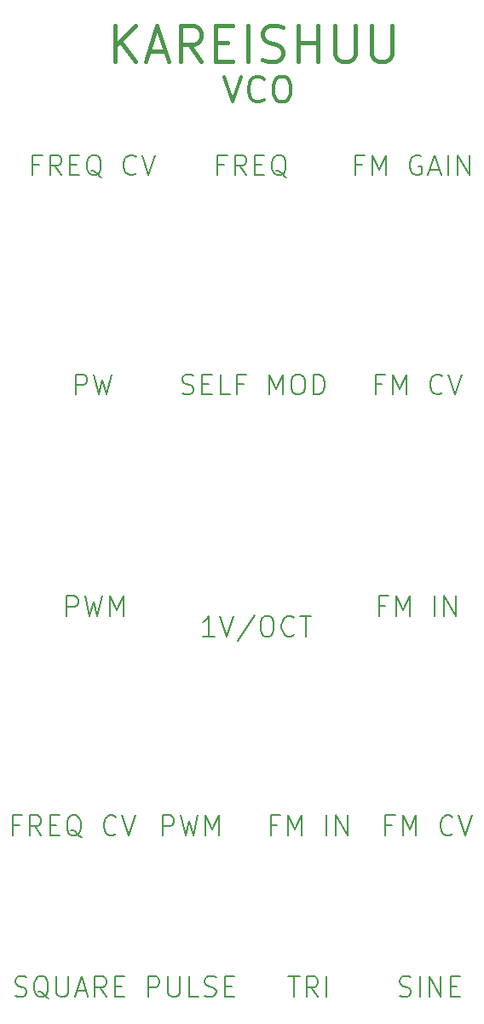
<source format=gbr>
G04 #@! TF.GenerationSoftware,KiCad,Pcbnew,(5.1.5-0)*
G04 #@! TF.CreationDate,2021-01-12T22:42:07-08:00*
G04 #@! TF.ProjectId,kareishuuvco,6b617265-6973-4687-9575-76636f2e6b69,rev?*
G04 #@! TF.SameCoordinates,Original*
G04 #@! TF.FileFunction,Legend,Top*
G04 #@! TF.FilePolarity,Positive*
%FSLAX46Y46*%
G04 Gerber Fmt 4.6, Leading zero omitted, Abs format (unit mm)*
G04 Created by KiCad (PCBNEW (5.1.5-0)) date 2021-01-12 22:42:07*
%MOMM*%
%LPD*%
G04 APERTURE LIST*
%ADD10C,0.200000*%
%ADD11C,0.300000*%
%ADD12C,0.400000*%
G04 APERTURE END LIST*
D10*
X38357142Y-58857142D02*
X37690476Y-58857142D01*
X37690476Y-59904761D02*
X37690476Y-57904761D01*
X38642857Y-57904761D01*
X39404761Y-59904761D02*
X39404761Y-57904761D01*
X40071428Y-59333333D01*
X40738095Y-57904761D01*
X40738095Y-59904761D01*
X43214285Y-59904761D02*
X43214285Y-57904761D01*
X44166666Y-59904761D02*
X44166666Y-57904761D01*
X45309523Y-59904761D01*
X45309523Y-57904761D01*
X21357142Y-61904761D02*
X20214285Y-61904761D01*
X20785714Y-61904761D02*
X20785714Y-59904761D01*
X20595238Y-60190476D01*
X20404761Y-60380952D01*
X20214285Y-60476190D01*
X21928571Y-59904761D02*
X22595238Y-61904761D01*
X23261904Y-59904761D01*
X25357142Y-59809523D02*
X23642857Y-62380952D01*
X26404761Y-59904761D02*
X26785714Y-59904761D01*
X26976190Y-60000000D01*
X27166666Y-60190476D01*
X27261904Y-60571428D01*
X27261904Y-61238095D01*
X27166666Y-61619047D01*
X26976190Y-61809523D01*
X26785714Y-61904761D01*
X26404761Y-61904761D01*
X26214285Y-61809523D01*
X26023809Y-61619047D01*
X25928571Y-61238095D01*
X25928571Y-60571428D01*
X26023809Y-60190476D01*
X26214285Y-60000000D01*
X26404761Y-59904761D01*
X29261904Y-61714285D02*
X29166666Y-61809523D01*
X28880952Y-61904761D01*
X28690476Y-61904761D01*
X28404761Y-61809523D01*
X28214285Y-61619047D01*
X28119047Y-61428571D01*
X28023809Y-61047619D01*
X28023809Y-60761904D01*
X28119047Y-60380952D01*
X28214285Y-60190476D01*
X28404761Y-60000000D01*
X28690476Y-59904761D01*
X28880952Y-59904761D01*
X29166666Y-60000000D01*
X29261904Y-60095238D01*
X29833333Y-59904761D02*
X30976190Y-59904761D01*
X30404761Y-61904761D02*
X30404761Y-59904761D01*
X6690476Y-59904761D02*
X6690476Y-57904761D01*
X7452380Y-57904761D01*
X7642857Y-58000000D01*
X7738095Y-58095238D01*
X7833333Y-58285714D01*
X7833333Y-58571428D01*
X7738095Y-58761904D01*
X7642857Y-58857142D01*
X7452380Y-58952380D01*
X6690476Y-58952380D01*
X8500000Y-57904761D02*
X8976190Y-59904761D01*
X9357142Y-58476190D01*
X9738095Y-59904761D01*
X10214285Y-57904761D01*
X10976190Y-59904761D02*
X10976190Y-57904761D01*
X11642857Y-59333333D01*
X12309523Y-57904761D01*
X12309523Y-59904761D01*
X3964285Y-15107142D02*
X3297619Y-15107142D01*
X3297619Y-16154761D02*
X3297619Y-14154761D01*
X4250000Y-14154761D01*
X6154761Y-16154761D02*
X5488095Y-15202380D01*
X5011904Y-16154761D02*
X5011904Y-14154761D01*
X5773809Y-14154761D01*
X5964285Y-14250000D01*
X6059523Y-14345238D01*
X6154761Y-14535714D01*
X6154761Y-14821428D01*
X6059523Y-15011904D01*
X5964285Y-15107142D01*
X5773809Y-15202380D01*
X5011904Y-15202380D01*
X7011904Y-15107142D02*
X7678571Y-15107142D01*
X7964285Y-16154761D02*
X7011904Y-16154761D01*
X7011904Y-14154761D01*
X7964285Y-14154761D01*
X10154761Y-16345238D02*
X9964285Y-16250000D01*
X9773809Y-16059523D01*
X9488095Y-15773809D01*
X9297619Y-15678571D01*
X9107142Y-15678571D01*
X9202380Y-16154761D02*
X9011904Y-16059523D01*
X8821428Y-15869047D01*
X8726190Y-15488095D01*
X8726190Y-14821428D01*
X8821428Y-14440476D01*
X9011904Y-14250000D01*
X9202380Y-14154761D01*
X9583333Y-14154761D01*
X9773809Y-14250000D01*
X9964285Y-14440476D01*
X10059523Y-14821428D01*
X10059523Y-15488095D01*
X9964285Y-15869047D01*
X9773809Y-16059523D01*
X9583333Y-16154761D01*
X9202380Y-16154761D01*
X13583333Y-15964285D02*
X13488095Y-16059523D01*
X13202380Y-16154761D01*
X13011904Y-16154761D01*
X12726190Y-16059523D01*
X12535714Y-15869047D01*
X12440476Y-15678571D01*
X12345238Y-15297619D01*
X12345238Y-15011904D01*
X12440476Y-14630952D01*
X12535714Y-14440476D01*
X12726190Y-14250000D01*
X13011904Y-14154761D01*
X13202380Y-14154761D01*
X13488095Y-14250000D01*
X13583333Y-14345238D01*
X14154761Y-14154761D02*
X14821428Y-16154761D01*
X15488095Y-14154761D01*
X39750000Y-97559523D02*
X40035714Y-97654761D01*
X40511904Y-97654761D01*
X40702380Y-97559523D01*
X40797619Y-97464285D01*
X40892857Y-97273809D01*
X40892857Y-97083333D01*
X40797619Y-96892857D01*
X40702380Y-96797619D01*
X40511904Y-96702380D01*
X40130952Y-96607142D01*
X39940476Y-96511904D01*
X39845238Y-96416666D01*
X39750000Y-96226190D01*
X39750000Y-96035714D01*
X39845238Y-95845238D01*
X39940476Y-95750000D01*
X40130952Y-95654761D01*
X40607142Y-95654761D01*
X40892857Y-95750000D01*
X41750000Y-97654761D02*
X41750000Y-95654761D01*
X42702380Y-97654761D02*
X42702380Y-95654761D01*
X43845238Y-97654761D01*
X43845238Y-95654761D01*
X44797619Y-96607142D02*
X45464285Y-96607142D01*
X45750000Y-97654761D02*
X44797619Y-97654761D01*
X44797619Y-95654761D01*
X45750000Y-95654761D01*
X28702380Y-95654761D02*
X29845238Y-95654761D01*
X29273809Y-97654761D02*
X29273809Y-95654761D01*
X31654761Y-97654761D02*
X30988095Y-96702380D01*
X30511904Y-97654761D02*
X30511904Y-95654761D01*
X31273809Y-95654761D01*
X31464285Y-95750000D01*
X31559523Y-95845238D01*
X31654761Y-96035714D01*
X31654761Y-96321428D01*
X31559523Y-96511904D01*
X31464285Y-96607142D01*
X31273809Y-96702380D01*
X30511904Y-96702380D01*
X32511904Y-97654761D02*
X32511904Y-95654761D01*
X39023809Y-80607142D02*
X38357142Y-80607142D01*
X38357142Y-81654761D02*
X38357142Y-79654761D01*
X39309523Y-79654761D01*
X40071428Y-81654761D02*
X40071428Y-79654761D01*
X40738095Y-81083333D01*
X41404761Y-79654761D01*
X41404761Y-81654761D01*
X45023809Y-81464285D02*
X44928571Y-81559523D01*
X44642857Y-81654761D01*
X44452380Y-81654761D01*
X44166666Y-81559523D01*
X43976190Y-81369047D01*
X43880952Y-81178571D01*
X43785714Y-80797619D01*
X43785714Y-80511904D01*
X43880952Y-80130952D01*
X43976190Y-79940476D01*
X44166666Y-79750000D01*
X44452380Y-79654761D01*
X44642857Y-79654761D01*
X44928571Y-79750000D01*
X45023809Y-79845238D01*
X45595238Y-79654761D02*
X46261904Y-81654761D01*
X46928571Y-79654761D01*
X27607142Y-80607142D02*
X26940476Y-80607142D01*
X26940476Y-81654761D02*
X26940476Y-79654761D01*
X27892857Y-79654761D01*
X28654761Y-81654761D02*
X28654761Y-79654761D01*
X29321428Y-81083333D01*
X29988095Y-79654761D01*
X29988095Y-81654761D01*
X32464285Y-81654761D02*
X32464285Y-79654761D01*
X33416666Y-81654761D02*
X33416666Y-79654761D01*
X34559523Y-81654761D01*
X34559523Y-79654761D01*
X14761904Y-97654761D02*
X14761904Y-95654761D01*
X15523809Y-95654761D01*
X15714285Y-95750000D01*
X15809523Y-95845238D01*
X15904761Y-96035714D01*
X15904761Y-96321428D01*
X15809523Y-96511904D01*
X15714285Y-96607142D01*
X15523809Y-96702380D01*
X14761904Y-96702380D01*
X16761904Y-95654761D02*
X16761904Y-97273809D01*
X16857142Y-97464285D01*
X16952380Y-97559523D01*
X17142857Y-97654761D01*
X17523809Y-97654761D01*
X17714285Y-97559523D01*
X17809523Y-97464285D01*
X17904761Y-97273809D01*
X17904761Y-95654761D01*
X19809523Y-97654761D02*
X18857142Y-97654761D01*
X18857142Y-95654761D01*
X20380952Y-97559523D02*
X20666666Y-97654761D01*
X21142857Y-97654761D01*
X21333333Y-97559523D01*
X21428571Y-97464285D01*
X21523809Y-97273809D01*
X21523809Y-97083333D01*
X21428571Y-96892857D01*
X21333333Y-96797619D01*
X21142857Y-96702380D01*
X20761904Y-96607142D01*
X20571428Y-96511904D01*
X20476190Y-96416666D01*
X20380952Y-96226190D01*
X20380952Y-96035714D01*
X20476190Y-95845238D01*
X20571428Y-95750000D01*
X20761904Y-95654761D01*
X21238095Y-95654761D01*
X21523809Y-95750000D01*
X22380952Y-96607142D02*
X23047619Y-96607142D01*
X23333333Y-97654761D02*
X22380952Y-97654761D01*
X22380952Y-95654761D01*
X23333333Y-95654761D01*
X1571428Y-97559523D02*
X1857142Y-97654761D01*
X2333333Y-97654761D01*
X2523809Y-97559523D01*
X2619047Y-97464285D01*
X2714285Y-97273809D01*
X2714285Y-97083333D01*
X2619047Y-96892857D01*
X2523809Y-96797619D01*
X2333333Y-96702380D01*
X1952380Y-96607142D01*
X1761904Y-96511904D01*
X1666666Y-96416666D01*
X1571428Y-96226190D01*
X1571428Y-96035714D01*
X1666666Y-95845238D01*
X1761904Y-95750000D01*
X1952380Y-95654761D01*
X2428571Y-95654761D01*
X2714285Y-95750000D01*
X4904761Y-97845238D02*
X4714285Y-97750000D01*
X4523809Y-97559523D01*
X4238095Y-97273809D01*
X4047619Y-97178571D01*
X3857142Y-97178571D01*
X3952380Y-97654761D02*
X3761904Y-97559523D01*
X3571428Y-97369047D01*
X3476190Y-96988095D01*
X3476190Y-96321428D01*
X3571428Y-95940476D01*
X3761904Y-95750000D01*
X3952380Y-95654761D01*
X4333333Y-95654761D01*
X4523809Y-95750000D01*
X4714285Y-95940476D01*
X4809523Y-96321428D01*
X4809523Y-96988095D01*
X4714285Y-97369047D01*
X4523809Y-97559523D01*
X4333333Y-97654761D01*
X3952380Y-97654761D01*
X5666666Y-95654761D02*
X5666666Y-97273809D01*
X5761904Y-97464285D01*
X5857142Y-97559523D01*
X6047619Y-97654761D01*
X6428571Y-97654761D01*
X6619047Y-97559523D01*
X6714285Y-97464285D01*
X6809523Y-97273809D01*
X6809523Y-95654761D01*
X7666666Y-97083333D02*
X8619047Y-97083333D01*
X7476190Y-97654761D02*
X8142857Y-95654761D01*
X8809523Y-97654761D01*
X10619047Y-97654761D02*
X9952380Y-96702380D01*
X9476190Y-97654761D02*
X9476190Y-95654761D01*
X10238095Y-95654761D01*
X10428571Y-95750000D01*
X10523809Y-95845238D01*
X10619047Y-96035714D01*
X10619047Y-96321428D01*
X10523809Y-96511904D01*
X10428571Y-96607142D01*
X10238095Y-96702380D01*
X9476190Y-96702380D01*
X11476190Y-96607142D02*
X12142857Y-96607142D01*
X12428571Y-97654761D02*
X11476190Y-97654761D01*
X11476190Y-95654761D01*
X12428571Y-95654761D01*
X16190476Y-81654761D02*
X16190476Y-79654761D01*
X16952380Y-79654761D01*
X17142857Y-79750000D01*
X17238095Y-79845238D01*
X17333333Y-80035714D01*
X17333333Y-80321428D01*
X17238095Y-80511904D01*
X17142857Y-80607142D01*
X16952380Y-80702380D01*
X16190476Y-80702380D01*
X18000000Y-79654761D02*
X18476190Y-81654761D01*
X18857142Y-80226190D01*
X19238095Y-81654761D01*
X19714285Y-79654761D01*
X20476190Y-81654761D02*
X20476190Y-79654761D01*
X21142857Y-81083333D01*
X21809523Y-79654761D01*
X21809523Y-81654761D01*
X1964285Y-80607142D02*
X1297619Y-80607142D01*
X1297619Y-81654761D02*
X1297619Y-79654761D01*
X2250000Y-79654761D01*
X4154761Y-81654761D02*
X3488095Y-80702380D01*
X3011904Y-81654761D02*
X3011904Y-79654761D01*
X3773809Y-79654761D01*
X3964285Y-79750000D01*
X4059523Y-79845238D01*
X4154761Y-80035714D01*
X4154761Y-80321428D01*
X4059523Y-80511904D01*
X3964285Y-80607142D01*
X3773809Y-80702380D01*
X3011904Y-80702380D01*
X5011904Y-80607142D02*
X5678571Y-80607142D01*
X5964285Y-81654761D02*
X5011904Y-81654761D01*
X5011904Y-79654761D01*
X5964285Y-79654761D01*
X8154761Y-81845238D02*
X7964285Y-81750000D01*
X7773809Y-81559523D01*
X7488095Y-81273809D01*
X7297619Y-81178571D01*
X7107142Y-81178571D01*
X7202380Y-81654761D02*
X7011904Y-81559523D01*
X6821428Y-81369047D01*
X6726190Y-80988095D01*
X6726190Y-80321428D01*
X6821428Y-79940476D01*
X7011904Y-79750000D01*
X7202380Y-79654761D01*
X7583333Y-79654761D01*
X7773809Y-79750000D01*
X7964285Y-79940476D01*
X8059523Y-80321428D01*
X8059523Y-80988095D01*
X7964285Y-81369047D01*
X7773809Y-81559523D01*
X7583333Y-81654761D01*
X7202380Y-81654761D01*
X11583333Y-81464285D02*
X11488095Y-81559523D01*
X11202380Y-81654761D01*
X11011904Y-81654761D01*
X10726190Y-81559523D01*
X10535714Y-81369047D01*
X10440476Y-81178571D01*
X10345238Y-80797619D01*
X10345238Y-80511904D01*
X10440476Y-80130952D01*
X10535714Y-79940476D01*
X10726190Y-79750000D01*
X11011904Y-79654761D01*
X11202380Y-79654761D01*
X11488095Y-79750000D01*
X11583333Y-79845238D01*
X12154761Y-79654761D02*
X12821428Y-81654761D01*
X13488095Y-79654761D01*
X38023809Y-36857142D02*
X37357142Y-36857142D01*
X37357142Y-37904761D02*
X37357142Y-35904761D01*
X38309523Y-35904761D01*
X39071428Y-37904761D02*
X39071428Y-35904761D01*
X39738095Y-37333333D01*
X40404761Y-35904761D01*
X40404761Y-37904761D01*
X44023809Y-37714285D02*
X43928571Y-37809523D01*
X43642857Y-37904761D01*
X43452380Y-37904761D01*
X43166666Y-37809523D01*
X42976190Y-37619047D01*
X42880952Y-37428571D01*
X42785714Y-37047619D01*
X42785714Y-36761904D01*
X42880952Y-36380952D01*
X42976190Y-36190476D01*
X43166666Y-36000000D01*
X43452380Y-35904761D01*
X43642857Y-35904761D01*
X43928571Y-36000000D01*
X44023809Y-36095238D01*
X44595238Y-35904761D02*
X45261904Y-37904761D01*
X45928571Y-35904761D01*
X18154761Y-37809523D02*
X18440476Y-37904761D01*
X18916666Y-37904761D01*
X19107142Y-37809523D01*
X19202380Y-37714285D01*
X19297619Y-37523809D01*
X19297619Y-37333333D01*
X19202380Y-37142857D01*
X19107142Y-37047619D01*
X18916666Y-36952380D01*
X18535714Y-36857142D01*
X18345238Y-36761904D01*
X18250000Y-36666666D01*
X18154761Y-36476190D01*
X18154761Y-36285714D01*
X18250000Y-36095238D01*
X18345238Y-36000000D01*
X18535714Y-35904761D01*
X19011904Y-35904761D01*
X19297619Y-36000000D01*
X20154761Y-36857142D02*
X20821428Y-36857142D01*
X21107142Y-37904761D02*
X20154761Y-37904761D01*
X20154761Y-35904761D01*
X21107142Y-35904761D01*
X22916666Y-37904761D02*
X21964285Y-37904761D01*
X21964285Y-35904761D01*
X24250000Y-36857142D02*
X23583333Y-36857142D01*
X23583333Y-37904761D02*
X23583333Y-35904761D01*
X24535714Y-35904761D01*
X26821428Y-37904761D02*
X26821428Y-35904761D01*
X27488095Y-37333333D01*
X28154761Y-35904761D01*
X28154761Y-37904761D01*
X29488095Y-35904761D02*
X29869047Y-35904761D01*
X30059523Y-36000000D01*
X30250000Y-36190476D01*
X30345238Y-36571428D01*
X30345238Y-37238095D01*
X30250000Y-37619047D01*
X30059523Y-37809523D01*
X29869047Y-37904761D01*
X29488095Y-37904761D01*
X29297619Y-37809523D01*
X29107142Y-37619047D01*
X29011904Y-37238095D01*
X29011904Y-36571428D01*
X29107142Y-36190476D01*
X29297619Y-36000000D01*
X29488095Y-35904761D01*
X31202380Y-37904761D02*
X31202380Y-35904761D01*
X31678571Y-35904761D01*
X31964285Y-36000000D01*
X32154761Y-36190476D01*
X32250000Y-36380952D01*
X32345238Y-36761904D01*
X32345238Y-37047619D01*
X32250000Y-37428571D01*
X32154761Y-37619047D01*
X31964285Y-37809523D01*
X31678571Y-37904761D01*
X31202380Y-37904761D01*
X7583333Y-37904761D02*
X7583333Y-35904761D01*
X8345238Y-35904761D01*
X8535714Y-36000000D01*
X8630952Y-36095238D01*
X8726190Y-36285714D01*
X8726190Y-36571428D01*
X8630952Y-36761904D01*
X8535714Y-36857142D01*
X8345238Y-36952380D01*
X7583333Y-36952380D01*
X9392857Y-35904761D02*
X9869047Y-37904761D01*
X10250000Y-36476190D01*
X10630952Y-37904761D01*
X11107142Y-35904761D01*
X36000000Y-15107142D02*
X35333333Y-15107142D01*
X35333333Y-16154761D02*
X35333333Y-14154761D01*
X36285714Y-14154761D01*
X37047619Y-16154761D02*
X37047619Y-14154761D01*
X37714285Y-15583333D01*
X38380952Y-14154761D01*
X38380952Y-16154761D01*
X41904761Y-14250000D02*
X41714285Y-14154761D01*
X41428571Y-14154761D01*
X41142857Y-14250000D01*
X40952380Y-14440476D01*
X40857142Y-14630952D01*
X40761904Y-15011904D01*
X40761904Y-15297619D01*
X40857142Y-15678571D01*
X40952380Y-15869047D01*
X41142857Y-16059523D01*
X41428571Y-16154761D01*
X41619047Y-16154761D01*
X41904761Y-16059523D01*
X42000000Y-15964285D01*
X42000000Y-15297619D01*
X41619047Y-15297619D01*
X42761904Y-15583333D02*
X43714285Y-15583333D01*
X42571428Y-16154761D02*
X43238095Y-14154761D01*
X43904761Y-16154761D01*
X44571428Y-16154761D02*
X44571428Y-14154761D01*
X45523809Y-16154761D02*
X45523809Y-14154761D01*
X46666666Y-16154761D01*
X46666666Y-14154761D01*
X22333333Y-15107142D02*
X21666666Y-15107142D01*
X21666666Y-16154761D02*
X21666666Y-14154761D01*
X22619047Y-14154761D01*
X24523809Y-16154761D02*
X23857142Y-15202380D01*
X23380952Y-16154761D02*
X23380952Y-14154761D01*
X24142857Y-14154761D01*
X24333333Y-14250000D01*
X24428571Y-14345238D01*
X24523809Y-14535714D01*
X24523809Y-14821428D01*
X24428571Y-15011904D01*
X24333333Y-15107142D01*
X24142857Y-15202380D01*
X23380952Y-15202380D01*
X25380952Y-15107142D02*
X26047619Y-15107142D01*
X26333333Y-16154761D02*
X25380952Y-16154761D01*
X25380952Y-14154761D01*
X26333333Y-14154761D01*
X28523809Y-16345238D02*
X28333333Y-16250000D01*
X28142857Y-16059523D01*
X27857142Y-15773809D01*
X27666666Y-15678571D01*
X27476190Y-15678571D01*
X27571428Y-16154761D02*
X27380952Y-16059523D01*
X27190476Y-15869047D01*
X27095238Y-15488095D01*
X27095238Y-14821428D01*
X27190476Y-14440476D01*
X27380952Y-14250000D01*
X27571428Y-14154761D01*
X27952380Y-14154761D01*
X28142857Y-14250000D01*
X28333333Y-14440476D01*
X28428571Y-14821428D01*
X28428571Y-15488095D01*
X28333333Y-15869047D01*
X28142857Y-16059523D01*
X27952380Y-16154761D01*
X27571428Y-16154761D01*
D11*
X22357142Y-6380952D02*
X23190476Y-8880952D01*
X24023809Y-6380952D01*
X26285714Y-8642857D02*
X26166666Y-8761904D01*
X25809523Y-8880952D01*
X25571428Y-8880952D01*
X25214285Y-8761904D01*
X24976190Y-8523809D01*
X24857142Y-8285714D01*
X24738095Y-7809523D01*
X24738095Y-7452380D01*
X24857142Y-6976190D01*
X24976190Y-6738095D01*
X25214285Y-6500000D01*
X25571428Y-6380952D01*
X25809523Y-6380952D01*
X26166666Y-6500000D01*
X26285714Y-6619047D01*
X27833333Y-6380952D02*
X28309523Y-6380952D01*
X28547619Y-6500000D01*
X28785714Y-6738095D01*
X28904761Y-7214285D01*
X28904761Y-8047619D01*
X28785714Y-8523809D01*
X28547619Y-8761904D01*
X28309523Y-8880952D01*
X27833333Y-8880952D01*
X27595238Y-8761904D01*
X27357142Y-8523809D01*
X27238095Y-8047619D01*
X27238095Y-7214285D01*
X27357142Y-6738095D01*
X27595238Y-6500000D01*
X27833333Y-6380952D01*
D12*
X11500000Y-4833333D02*
X11500000Y-1333333D01*
X13500000Y-4833333D02*
X12000000Y-2833333D01*
X13500000Y-1333333D02*
X11500000Y-3333333D01*
X14833333Y-3833333D02*
X16500000Y-3833333D01*
X14500000Y-4833333D02*
X15666666Y-1333333D01*
X16833333Y-4833333D01*
X20000000Y-4833333D02*
X18833333Y-3166666D01*
X18000000Y-4833333D02*
X18000000Y-1333333D01*
X19333333Y-1333333D01*
X19666666Y-1500000D01*
X19833333Y-1666666D01*
X20000000Y-2000000D01*
X20000000Y-2500000D01*
X19833333Y-2833333D01*
X19666666Y-3000000D01*
X19333333Y-3166666D01*
X18000000Y-3166666D01*
X21500000Y-3000000D02*
X22666666Y-3000000D01*
X23166666Y-4833333D02*
X21500000Y-4833333D01*
X21500000Y-1333333D01*
X23166666Y-1333333D01*
X24666666Y-4833333D02*
X24666666Y-1333333D01*
X26166666Y-4666666D02*
X26666666Y-4833333D01*
X27500000Y-4833333D01*
X27833333Y-4666666D01*
X28000000Y-4500000D01*
X28166666Y-4166666D01*
X28166666Y-3833333D01*
X28000000Y-3500000D01*
X27833333Y-3333333D01*
X27500000Y-3166666D01*
X26833333Y-3000000D01*
X26500000Y-2833333D01*
X26333333Y-2666666D01*
X26166666Y-2333333D01*
X26166666Y-2000000D01*
X26333333Y-1666666D01*
X26500000Y-1500000D01*
X26833333Y-1333333D01*
X27666666Y-1333333D01*
X28166666Y-1500000D01*
X29666666Y-4833333D02*
X29666666Y-1333333D01*
X29666666Y-3000000D02*
X31666666Y-3000000D01*
X31666666Y-4833333D02*
X31666666Y-1333333D01*
X33333333Y-1333333D02*
X33333333Y-4166666D01*
X33499999Y-4500000D01*
X33666666Y-4666666D01*
X34000000Y-4833333D01*
X34666666Y-4833333D01*
X35000000Y-4666666D01*
X35166666Y-4500000D01*
X35333333Y-4166666D01*
X35333333Y-1333333D01*
X36999999Y-1333333D02*
X36999999Y-4166666D01*
X37166666Y-4500000D01*
X37333333Y-4666666D01*
X37666666Y-4833333D01*
X38333333Y-4833333D01*
X38666666Y-4666666D01*
X38833333Y-4500000D01*
X38999999Y-4166666D01*
X38999999Y-1333333D01*
M02*

</source>
